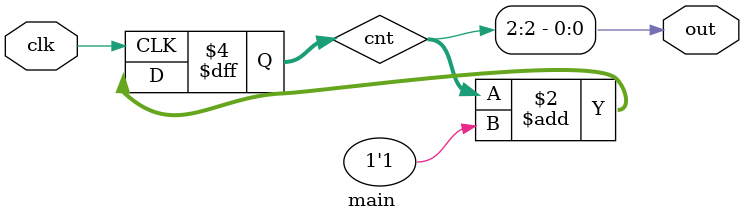
<source format=v>
module main(input wire clk, output wire out);

reg [2:0] cnt;

initial begin
    cnt = 3'b0;
end

assign out = cnt[2];

always @(posedge clk) begin
    cnt <= cnt + 1'b1;
end

endmodule

</source>
